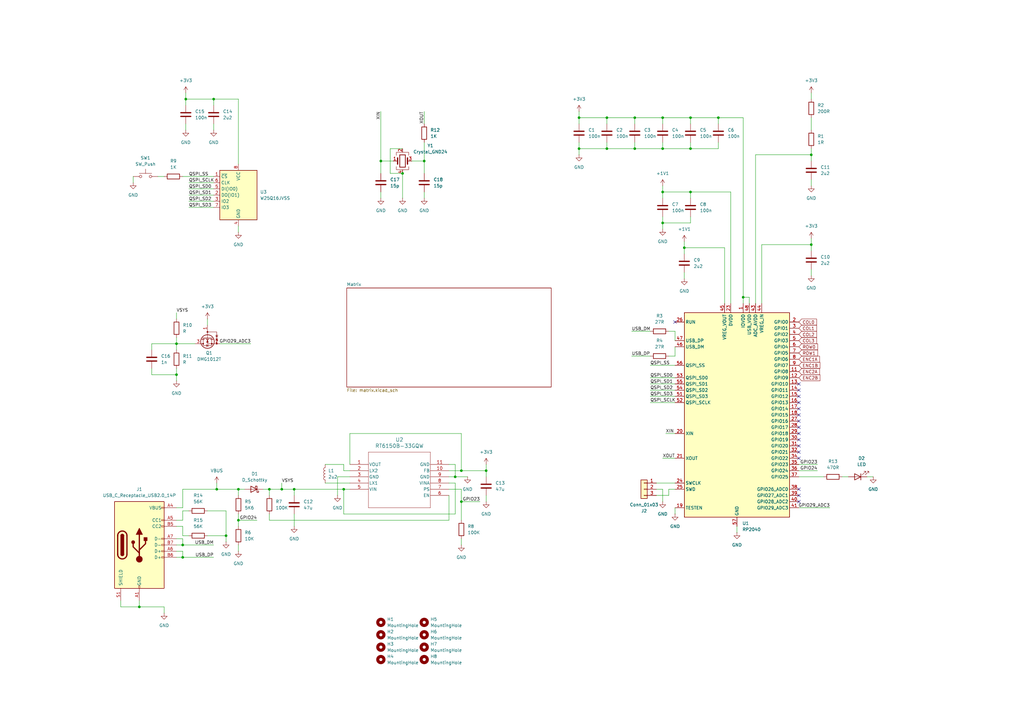
<source format=kicad_sch>
(kicad_sch (version 20231120) (generator "eeschema") (generator_version "8.0")
  (paper "A3")
  (lib_symbols
    (symbol "2024-07-21_11-18-28:RT6150B-33GQW" (pin_names (offset 0.254))
      (property "Reference" "U" (at 20.32 10.16 0))
      (property "Value" "RT6150B-33GQW" (at 20.32 7.62 0))
      (symbol "RT6150B-33GQW_0_1"
        (pin output line (at 0 0 0) (length 7.62) (name "VOUT") (number "1"))
        (pin input line (at 40.64 -2.54 180) (length 7.62) (name "FB") (number "10"))
        (pin power_out line (at 40.64 0 180) (length 7.62) (name "GND") (number "11"))
        (pin unspecified line (at 0 -2.54 0) (length 7.62) (name "LX2") (number "2"))
        (pin power_out line (at 0 -5.08 0) (length 7.62) (name "GND") (number "3"))
        (pin unspecified line (at 0 -7.62 0) (length 7.62) (name "LX1") (number "4"))
        (pin power_in line (at 0 -10.16 0) (length 7.62) (name "VIN") (number "5"))
        (pin input line (at 40.64 -12.7 180) (length 7.62) (name "EN") (number "6"))
        (pin input line (at 40.64 -10.16 180) (length 7.62) (name "PS") (number "7"))
        (pin input line (at 40.64 -7.62 180) (length 7.62) (name "VINA") (number "8"))
        (pin power_out line (at 40.64 -5.08 180) (length 7.62) (name "GND") (number "9"))
      )
    )
    (symbol "Connector:USB_C_Receptacle_USB2.0_14P" (pin_names (offset 1.016))
      (property "Reference" "J" (at 0 22.225 0))
      (property "Value" "USB_C_Receptacle_USB2.0_14P" (at 0 19.685 0))
      (symbol "USB_C_Receptacle_USB2.0_14P_1_1"
        (pin passive line (at 0 -22.86 90) (length 5.08) (name "GND") (number "A1"))
        (pin passive line (at 0 -22.86 90) (length 5.08) hide (name "GND") (number "A12"))
        (pin passive line (at 15.24 15.24 180) (length 5.08) (name "VBUS") (number "A4"))
        (pin bidirectional line (at 15.24 10.16 180) (length 5.08) (name "CC1") (number "A5"))
        (pin bidirectional line (at 15.24 -2.54 180) (length 5.08) (name "D+") (number "A6"))
        (pin bidirectional line (at 15.24 2.54 180) (length 5.08) (name "D-") (number "A7"))
        (pin passive line (at 15.24 15.24 180) (length 5.08) hide (name "VBUS") (number "A9"))
        (pin passive line (at 0 -22.86 90) (length 5.08) hide (name "GND") (number "B1"))
        (pin passive line (at 0 -22.86 90) (length 5.08) hide (name "GND") (number "B12"))
        (pin passive line (at 15.24 15.24 180) (length 5.08) hide (name "VBUS") (number "B4"))
        (pin bidirectional line (at 15.24 7.62 180) (length 5.08) (name "CC2") (number "B5"))
        (pin bidirectional line (at 15.24 -5.08 180) (length 5.08) (name "D+") (number "B6"))
        (pin bidirectional line (at 15.24 0 180) (length 5.08) (name "D-") (number "B7"))
        (pin passive line (at 15.24 15.24 180) (length 5.08) hide (name "VBUS") (number "B9"))
        (pin passive line (at -7.62 -22.86 90) (length 5.08) (name "SHIELD") (number "S1"))
      )
    )
    (symbol "Connector_Generic:Conn_01x03" (pin_names (offset 1.016) hide)
      (property "Reference" "J" (at 0 5.08 0))
      (property "Value" "Conn_01x03" (at 0 -5.08 0))
      (symbol "Conn_01x03_1_1"
        (pin passive line (at -5.08 2.54 0) (length 3.81) (name "Pin_1") (number "1"))
        (pin passive line (at -5.08 0 0) (length 3.81) (name "Pin_2") (number "2"))
        (pin passive line (at -5.08 -2.54 0) (length 3.81) (name "Pin_3") (number "3"))
      )
    )
    (symbol "Device:C" (pin_numbers hide) (pin_names (offset 0.254))
      (property "Reference" "C" (at 0.635 2.54 0))
      (property "Value" "C" (at 0.635 -2.54 0))
      (symbol "C_1_1"
        (pin passive line (at 0 3.81 270) (length 2.794) (name "~") (number "1"))
        (pin passive line (at 0 -3.81 90) (length 2.794) (name "~") (number "2"))
      )
    )
    (symbol "Device:Crystal_GND24" (pin_names (offset 1.016) hide)
      (property "Reference" "Y" (at 3.175 5.08 0))
      (property "Value" "Crystal_GND24" (at 3.175 3.175 0))
      (symbol "Crystal_GND24_1_1"
        (pin passive line (at -3.81 0 0) (length 1.27) (name "1") (number "1"))
        (pin passive line (at 0 5.08 270) (length 1.27) (name "2") (number "2"))
        (pin passive line (at 3.81 0 180) (length 1.27) (name "3") (number "3"))
        (pin passive line (at 0 -5.08 90) (length 1.27) (name "4") (number "4"))
      )
    )
    (symbol "Device:D_Schottky" (pin_numbers hide) (pin_names (offset 1.016) hide)
      (property "Reference" "D" (at 0 2.54 0))
      (property "Value" "D_Schottky" (at 0 -2.54 0))
      (symbol "D_Schottky_1_1"
        (pin passive line (at -3.81 0 0) (length 2.54) (name "K") (number "1"))
        (pin passive line (at 3.81 0 180) (length 2.54) (name "A") (number "2"))
      )
    )
    (symbol "Device:L" (pin_numbers hide) (pin_names (offset 1.016) hide)
      (property "Reference" "L" (at -1.27 0 90))
      (property "Value" "L" (at 1.905 0 90))
      (symbol "L_1_1"
        (pin passive line (at 0 3.81 270) (length 1.27) (name "1") (number "1"))
        (pin passive line (at 0 -3.81 90) (length 1.27) (name "2") (number "2"))
      )
    )
    (symbol "Device:LED" (pin_numbers hide) (pin_names (offset 1.016) hide)
      (property "Reference" "D" (at 0 2.54 0))
      (property "Value" "LED" (at 0 -2.54 0))
      (symbol "LED_1_1"
        (pin passive line (at -3.81 0 0) (length 2.54) (name "K") (number "1"))
        (pin passive line (at 3.81 0 180) (length 2.54) (name "A") (number "2"))
      )
    )
    (symbol "Device:R" (pin_numbers hide) (pin_names (offset 0))
      (property "Reference" "R" (at 2.032 0 90))
      (property "Value" "R" (at 0 0 90))
      (symbol "R_1_1"
        (pin passive line (at 0 3.81 270) (length 1.27) (name "~") (number "1"))
        (pin passive line (at 0 -3.81 90) (length 1.27) (name "~") (number "2"))
      )
    )
    (symbol "MCU_RaspberryPi:RP2040"
      (property "Reference" "U" (at 17.78 45.72 0))
      (property "Value" "RP2040" (at 17.78 43.18 0))
      (symbol "RP2040_1_1"
        (pin power_in line (at 2.54 45.72 270) (length 3.81) (name "IOVDD") (number "1"))
        (pin passive line (at 2.54 45.72 270) (length 3.81) hide (name "IOVDD") (number "10"))
        (pin bidirectional line (at 25.4 17.78 180) (length 3.81) (name "GPIO8") (number "11"))
        (pin bidirectional line (at 25.4 15.24 180) (length 3.81) (name "GPIO9") (number "12"))
        (pin bidirectional line (at 25.4 12.7 180) (length 3.81) (name "GPIO10") (number "13"))
        (pin bidirectional line (at 25.4 10.16 180) (length 3.81) (name "GPIO11") (number "14"))
        (pin bidirectional line (at 25.4 7.62 180) (length 3.81) (name "GPIO12") (number "15"))
        (pin bidirectional line (at 25.4 5.08 180) (length 3.81) (name "GPIO13") (number "16"))
        (pin bidirectional line (at 25.4 2.54 180) (length 3.81) (name "GPIO14") (number "17"))
        (pin bidirectional line (at 25.4 0 180) (length 3.81) (name "GPIO15") (number "18"))
        (pin input line (at -25.4 -38.1 0) (length 3.81) (name "TESTEN") (number "19"))
        (pin bidirectional line (at 25.4 38.1 180) (length 3.81) (name "GPIO0") (number "2"))
        (pin input line (at -25.4 -7.62 0) (length 3.81) (name "XIN") (number "20"))
        (pin passive line (at -25.4 -17.78 0) (length 3.81) (name "XOUT") (number "21"))
        (pin passive line (at 2.54 45.72 270) (length 3.81) hide (name "IOVDD") (number "22"))
        (pin power_in line (at -2.54 45.72 270) (length 3.81) (name "DVDD") (number "23"))
        (pin input line (at -25.4 -27.94 0) (length 3.81) (name "SWCLK") (number "24"))
        (pin bidirectional line (at -25.4 -30.48 0) (length 3.81) (name "SWD") (number "25"))
        (pin input line (at -25.4 38.1 0) (length 3.81) (name "RUN") (number "26"))
        (pin bidirectional line (at 25.4 -2.54 180) (length 3.81) (name "GPIO16") (number "27"))
        (pin bidirectional line (at 25.4 -5.08 180) (length 3.81) (name "GPIO17") (number "28"))
        (pin bidirectional line (at 25.4 -7.62 180) (length 3.81) (name "GPIO18") (number "29"))
        (pin bidirectional line (at 25.4 35.56 180) (length 3.81) (name "GPIO1") (number "3"))
        (pin bidirectional line (at 25.4 -10.16 180) (length 3.81) (name "GPIO19") (number "30"))
        (pin bidirectional line (at 25.4 -12.7 180) (length 3.81) (name "GPIO20") (number "31"))
        (pin bidirectional line (at 25.4 -15.24 180) (length 3.81) (name "GPIO21") (number "32"))
        (pin passive line (at 2.54 45.72 270) (length 3.81) hide (name "IOVDD") (number "33"))
        (pin bidirectional line (at 25.4 -17.78 180) (length 3.81) (name "GPIO22") (number "34"))
        (pin bidirectional line (at 25.4 -20.32 180) (length 3.81) (name "GPIO23") (number "35"))
        (pin bidirectional line (at 25.4 -22.86 180) (length 3.81) (name "GPIO24") (number "36"))
        (pin bidirectional line (at 25.4 -25.4 180) (length 3.81) (name "GPIO25") (number "37"))
        (pin bidirectional line (at 25.4 -30.48 180) (length 3.81) (name "GPIO26_ADC0") (number "38"))
        (pin bidirectional line (at 25.4 -33.02 180) (length 3.81) (name "GPIO27_ADC1") (number "39"))
        (pin bidirectional line (at 25.4 33.02 180) (length 3.81) (name "GPIO2") (number "4"))
        (pin bidirectional line (at 25.4 -35.56 180) (length 3.81) (name "GPIO28_ADC2") (number "40"))
        (pin bidirectional line (at 25.4 -38.1 180) (length 3.81) (name "GPIO29_ADC3") (number "41"))
        (pin passive line (at 2.54 45.72 270) (length 3.81) hide (name "IOVDD") (number "42"))
        (pin power_in line (at 7.62 45.72 270) (length 3.81) (name "ADC_AVDD") (number "43"))
        (pin power_in line (at 10.16 45.72 270) (length 3.81) (name "VREG_IN") (number "44"))
        (pin power_out line (at -5.08 45.72 270) (length 3.81) (name "VREG_VOUT") (number "45"))
        (pin bidirectional line (at -25.4 27.94 0) (length 3.81) (name "USB_DM") (number "46"))
        (pin bidirectional line (at -25.4 30.48 0) (length 3.81) (name "USB_DP") (number "47"))
        (pin power_in line (at 5.08 45.72 270) (length 3.81) (name "USB_VDD") (number "48"))
        (pin passive line (at 2.54 45.72 270) (length 3.81) hide (name "IOVDD") (number "49"))
        (pin bidirectional line (at 25.4 30.48 180) (length 3.81) (name "GPIO3") (number "5"))
        (pin passive line (at -2.54 45.72 270) (length 3.81) hide (name "DVDD") (number "50"))
        (pin bidirectional line (at -25.4 7.62 0) (length 3.81) (name "QSPI_SD3") (number "51"))
        (pin output line (at -25.4 5.08 0) (length 3.81) (name "QSPI_SCLK") (number "52"))
        (pin bidirectional line (at -25.4 15.24 0) (length 3.81) (name "QSPI_SD0") (number "53"))
        (pin bidirectional line (at -25.4 10.16 0) (length 3.81) (name "QSPI_SD2") (number "54"))
        (pin bidirectional line (at -25.4 12.7 0) (length 3.81) (name "QSPI_SD1") (number "55"))
        (pin bidirectional line (at -25.4 20.32 0) (length 3.81) (name "QSPI_SS") (number "56"))
        (pin power_in line (at 0 -45.72 90) (length 3.81) (name "GND") (number "57"))
        (pin bidirectional line (at 25.4 27.94 180) (length 3.81) (name "GPIO4") (number "6"))
        (pin bidirectional line (at 25.4 25.4 180) (length 3.81) (name "GPIO5") (number "7"))
        (pin bidirectional line (at 25.4 22.86 180) (length 3.81) (name "GPIO6") (number "8"))
        (pin bidirectional line (at 25.4 20.32 180) (length 3.81) (name "GPIO7") (number "9"))
      )
    )
    (symbol "Mechanical:MountingHole" (pin_names (offset 1.016)) (exclude_from_sim yes) (in_bom no)
      (property "Reference" "H" (at 0 5.08 0))
      (property "Value" "MountingHole" (at 0 3.175 0))
    )
    (symbol "Memory_Flash:W25Q16JVSS"
      (property "Reference" "U" (at -6.35 11.43 0))
      (property "Value" "W25Q16JVSS" (at 7.62 11.43 0))
      (symbol "W25Q16JVSS_1_1"
        (pin input line (at -10.16 7.62 0) (length 2.54) (name "~{CS}") (number "1"))
        (pin bidirectional line (at -10.16 0 0) (length 2.54) (name "DO(IO1)") (number "2"))
        (pin bidirectional line (at -10.16 -2.54 0) (length 2.54) (name "IO2") (number "3"))
        (pin power_in line (at 0 -12.7 90) (length 2.54) (name "GND") (number "4"))
        (pin bidirectional line (at -10.16 2.54 0) (length 2.54) (name "DI(IO0)") (number "5"))
        (pin input line (at -10.16 5.08 0) (length 2.54) (name "CLK") (number "6"))
        (pin bidirectional line (at -10.16 -5.08 0) (length 2.54) (name "IO3") (number "7"))
        (pin power_in line (at 0 12.7 270) (length 2.54) (name "VCC") (number "8"))
      )
    )
    (symbol "Switch:SW_Push" (pin_numbers hide) (pin_names (offset 1.016) hide)
      (property "Reference" "SW" (at 1.27 2.54 0))
      (property "Value" "SW_Push" (at 0 -1.524 0))
      (symbol "SW_Push_0_1"
        (pin passive line (at -5.08 0 0) (length 2.54) (name "1") (number "1"))
        (pin passive line (at 5.08 0 180) (length 2.54) (name "2") (number "2"))
      )
    )
    (symbol "Transistor_FET:DMG1012T" (pin_names (offset 0) hide)
      (property "Reference" "Q" (at 5.08 1.905 0))
      (property "Value" "DMG1012T" (at 5.08 0 0))
      (symbol "DMG1012T_1_1"
        (pin input line (at -5.08 0 0) (length 2.54) (name "G") (number "1"))
        (pin passive line (at 2.54 -5.08 90) (length 2.54) (name "S") (number "2"))
        (pin passive line (at 2.54 5.08 270) (length 2.54) (name "D") (number "3"))
      )
    )
    (symbol "power:+1V1" (power) (pin_numbers hide) (pin_names (offset 0) hide)
      (property "Value" "+1V1" (at 0 3.556 0))
      (symbol "+1V1_1_1"
        (pin power_in line (at 0 0 90) (length 0) (name "~") (number "1"))
      )
    )
    (symbol "power:+3V3" (power) (pin_numbers hide) (pin_names (offset 0) hide)
      (property "Value" "+3V3" (at 0 3.556 0))
      (symbol "+3V3_1_1"
        (pin power_in line (at 0 0 90) (length 0) (name "~") (number "1"))
      )
    )
    (symbol "power:GND" (power) (pin_numbers hide) (pin_names (offset 0) hide)
      (property "Value" "GND" (at 0 -3.81 0))
      (symbol "GND_1_1"
        (pin power_in line (at 0 0 270) (length 0) (name "~") (number "1"))
      )
    )
    (symbol "power:VBUS" (power) (pin_numbers hide) (pin_names (offset 0) hide)
      (property "Value" "VBUS" (at 0 3.556 0))
      (symbol "VBUS_1_1"
        (pin power_in line (at 0 0 90) (length 0) (name "~") (number "1"))
      )
    )
  )
  (junction (at 92.71 219.71))
  (junction (at 237.49 48.26))
  (junction (at 189.23 205.74))
  (junction (at 88.9 200.66))
  (junction (at 260.35 48.26))
  (junction (at 156.21 66.04))
  (junction (at 283.21 78.74))
  (junction (at 186.69 195.58))
  (junction (at 87.63 40.64))
  (junction (at 97.79 213.36))
  (junction (at 72.39 140.97))
  (junction (at 280.67 101.6))
  (junction (at 332.74 100.33))
  (junction (at 260.35 60.96))
  (junction (at 115.57 200.66))
  (junction (at 271.78 48.26))
  (junction (at 57.15 248.92))
  (junction (at 173.99 66.04))
  (junction (at 248.92 48.26))
  (junction (at 271.78 78.74))
  (junction (at 271.78 60.96))
  (junction (at 110.49 200.66))
  (junction (at 74.93 223.52))
  (junction (at 120.65 200.66))
  (junction (at 304.8 121.92))
  (junction (at 140.97 200.66))
  (junction (at 248.92 60.96))
  (junction (at 97.79 200.66))
  (junction (at 165.1 71.12))
  (junction (at 283.21 60.96))
  (junction (at 74.93 228.6))
  (junction (at 199.39 193.04))
  (junction (at 294.64 48.26))
  (junction (at 189.23 193.04))
  (junction (at 332.74 63.5))
  (junction (at 76.2 40.64))
  (junction (at 72.39 153.67))
  (junction (at 237.49 60.96))
  (junction (at 271.78 91.44))
  (junction (at 283.21 48.26))
  (no_connect (at 327.66 160.02))
  (no_connect (at 327.66 175.26))
  (no_connect (at 327.66 205.74))
  (no_connect (at 327.66 157.48))
  (no_connect (at 327.66 170.18))
  (no_connect (at 327.66 172.72))
  (no_connect (at 327.66 187.96))
  (no_connect (at 327.66 177.8))
  (no_connect (at 327.66 185.42))
  (no_connect (at 327.66 167.64))
  (no_connect (at 327.66 180.34))
  (no_connect (at 327.66 162.56))
  (no_connect (at 327.66 203.2))
  (no_connect (at 276.86 132.08))
  (no_connect (at 327.66 182.88))
  (no_connect (at 327.66 200.66))
  (no_connect (at 327.66 165.1))
  (wire (pts (xy 76.2 50.8) (xy 76.2 53.34)))
  (wire (pts (xy 120.65 210.82) (xy 120.65 215.9)))
  (wire (pts (xy 297.18 101.6) (xy 280.67 101.6)))
  (wire (pts (xy 173.99 45.72) (xy 173.99 50.8)))
  (wire (pts (xy 57.15 246.38) (xy 57.15 248.92)))
  (wire (pts (xy 271.78 187.96) (xy 276.86 187.96)))
  (wire (pts (xy 332.74 73.66) (xy 332.74 76.2)))
  (wire (pts (xy 266.7 149.86) (xy 276.86 149.86)))
  (wire (pts (xy 77.47 74.93) (xy 87.63 74.93)))
  (wire (pts (xy 87.63 43.18) (xy 87.63 40.64)))
  (wire (pts (xy 49.53 246.38) (xy 49.53 248.92)))
  (wire (pts (xy 260.35 58.42) (xy 260.35 60.96)))
  (wire (pts (xy 72.39 140.97) (xy 72.39 143.51)))
  (wire (pts (xy 74.93 219.71) (xy 77.47 219.71)))
  (wire (pts (xy 85.09 219.71) (xy 92.71 219.71)))
  (wire (pts (xy 77.47 80.01) (xy 87.63 80.01)))
  (wire (pts (xy 332.74 97.79) (xy 332.74 100.33)))
  (wire (pts (xy 307.34 124.46) (xy 307.34 121.92)))
  (wire (pts (xy 143.51 195.58) (xy 138.43 195.58)))
  (wire (pts (xy 271.78 48.26) (xy 283.21 48.26)))
  (wire (pts (xy 140.97 193.04) (xy 140.97 190.5)))
  (wire (pts (xy 97.79 213.36) (xy 105.41 213.36)))
  (wire (pts (xy 77.47 82.55) (xy 87.63 82.55)))
  (wire (pts (xy 74.93 223.52) (xy 87.63 223.52)))
  (wire (pts (xy 74.93 72.39) (xy 87.63 72.39)))
  (wire (pts (xy 74.93 228.6) (xy 72.39 228.6)))
  (wire (pts (xy 184.15 190.5) (xy 186.69 190.5)))
  (wire (pts (xy 173.99 58.42) (xy 173.99 66.04)))
  (wire (pts (xy 273.05 177.8) (xy 276.86 177.8)))
  (wire (pts (xy 72.39 138.43) (xy 72.39 140.97)))
  (wire (pts (xy 97.79 210.82) (xy 97.79 213.36)))
  (wire (pts (xy 269.24 200.66) (xy 271.78 200.66)))
  (wire (pts (xy 276.86 135.89) (xy 274.32 135.89)))
  (wire (pts (xy 327.66 208.28) (xy 340.36 208.28)))
  (wire (pts (xy 274.32 203.2) (xy 274.32 200.66)))
  (wire (pts (xy 156.21 78.74) (xy 156.21 81.28)))
  (wire (pts (xy 76.2 38.1) (xy 76.2 40.64)))
  (wire (pts (xy 327.66 195.58) (xy 337.82 195.58)))
  (wire (pts (xy 97.79 92.71) (xy 97.79 95.25)))
  (wire (pts (xy 189.23 177.8) (xy 189.23 193.04)))
  (wire (pts (xy 283.21 78.74) (xy 299.72 78.74)))
  (wire (pts (xy 266.7 162.56) (xy 276.86 162.56)))
  (wire (pts (xy 62.23 153.67) (xy 72.39 153.67)))
  (wire (pts (xy 97.79 203.2) (xy 97.79 200.66)))
  (wire (pts (xy 271.78 78.74) (xy 283.21 78.74)))
  (wire (pts (xy 72.39 213.36) (xy 74.93 213.36)))
  (wire (pts (xy 72.39 215.9) (xy 74.93 215.9)))
  (wire (pts (xy 355.6 195.58) (xy 358.14 195.58)))
  (wire (pts (xy 294.64 48.26) (xy 283.21 48.26)))
  (wire (pts (xy 92.71 209.55) (xy 92.71 219.71)))
  (wire (pts (xy 280.67 99.06) (xy 280.67 101.6)))
  (wire (pts (xy 199.39 193.04) (xy 199.39 190.5)))
  (wire (pts (xy 138.43 195.58) (xy 138.43 203.2)))
  (wire (pts (xy 140.97 190.5) (xy 133.35 190.5)))
  (wire (pts (xy 276.86 208.28) (xy 276.86 210.82)))
  (wire (pts (xy 294.64 48.26) (xy 304.8 48.26)))
  (wire (pts (xy 74.93 200.66) (xy 74.93 208.28)))
  (wire (pts (xy 156.21 66.04) (xy 161.29 66.04)))
  (wire (pts (xy 184.15 195.58) (xy 186.69 195.58)))
  (wire (pts (xy 259.08 135.89) (xy 266.7 135.89)))
  (wire (pts (xy 72.39 151.13) (xy 72.39 153.67)))
  (wire (pts (xy 85.09 209.55) (xy 92.71 209.55)))
  (wire (pts (xy 110.49 213.36) (xy 184.15 213.36)))
  (wire (pts (xy 237.49 45.72) (xy 237.49 48.26)))
  (wire (pts (xy 186.69 195.58) (xy 191.77 195.58)))
  (wire (pts (xy 90.17 140.97) (xy 102.87 140.97)))
  (wire (pts (xy 248.92 48.26) (xy 248.92 50.8)))
  (wire (pts (xy 237.49 58.42) (xy 237.49 60.96)))
  (wire (pts (xy 62.23 140.97) (xy 72.39 140.97)))
  (wire (pts (xy 271.78 58.42) (xy 271.78 60.96)))
  (wire (pts (xy 294.64 58.42) (xy 294.64 60.96)))
  (wire (pts (xy 110.49 210.82) (xy 110.49 213.36)))
  (wire (pts (xy 143.51 177.8) (xy 189.23 177.8)))
  (wire (pts (xy 266.7 154.94) (xy 276.86 154.94)))
  (wire (pts (xy 248.92 60.96) (xy 248.92 58.42)))
  (wire (pts (xy 327.66 193.04) (xy 335.28 193.04)))
  (wire (pts (xy 332.74 63.5) (xy 332.74 66.04)))
  (wire (pts (xy 189.23 205.74) (xy 189.23 213.36)))
  (wire (pts (xy 260.35 50.8) (xy 260.35 48.26)))
  (wire (pts (xy 276.86 146.05) (xy 274.32 146.05)))
  (wire (pts (xy 327.66 190.5) (xy 335.28 190.5)))
  (wire (pts (xy 160.02 71.12) (xy 165.1 71.12)))
  (wire (pts (xy 309.88 124.46) (xy 309.88 63.5)))
  (wire (pts (xy 97.79 40.64) (xy 87.63 40.64)))
  (wire (pts (xy 283.21 58.42) (xy 283.21 60.96)))
  (wire (pts (xy 294.64 50.8) (xy 294.64 48.26)))
  (wire (pts (xy 271.78 50.8) (xy 271.78 48.26)))
  (wire (pts (xy 283.21 91.44) (xy 283.21 88.9)))
  (wire (pts (xy 165.1 71.12) (xy 165.1 81.28)))
  (wire (pts (xy 88.9 198.12) (xy 88.9 200.66)))
  (wire (pts (xy 92.71 219.71) (xy 92.71 222.25)))
  (wire (pts (xy 165.1 60.96) (xy 160.02 60.96)))
  (wire (pts (xy 332.74 100.33) (xy 332.74 102.87)))
  (wire (pts (xy 271.78 60.96) (xy 260.35 60.96)))
  (wire (pts (xy 271.78 81.28) (xy 271.78 78.74)))
  (wire (pts (xy 294.64 60.96) (xy 283.21 60.96)))
  (wire (pts (xy 189.23 200.66) (xy 189.23 205.74)))
  (wire (pts (xy 304.8 48.26) (xy 304.8 121.92)))
  (wire (pts (xy 276.86 142.24) (xy 276.86 146.05)))
  (wire (pts (xy 115.57 198.12) (xy 115.57 200.66)))
  (wire (pts (xy 74.93 226.06) (xy 74.93 228.6)))
  (wire (pts (xy 189.23 193.04) (xy 199.39 193.04)))
  (wire (pts (xy 67.31 248.92) (xy 67.31 251.46)))
  (wire (pts (xy 115.57 200.66) (xy 110.49 200.66)))
  (wire (pts (xy 49.53 248.92) (xy 57.15 248.92)))
  (wire (pts (xy 74.93 208.28) (xy 72.39 208.28)))
  (wire (pts (xy 237.49 60.96) (xy 237.49 63.5)))
  (wire (pts (xy 332.74 48.26) (xy 332.74 53.34)))
  (wire (pts (xy 237.49 48.26) (xy 237.49 50.8)))
  (wire (pts (xy 266.7 157.48) (xy 276.86 157.48)))
  (wire (pts (xy 271.78 200.66) (xy 271.78 205.74)))
  (wire (pts (xy 271.78 88.9) (xy 271.78 91.44)))
  (wire (pts (xy 237.49 60.96) (xy 248.92 60.96)))
  (wire (pts (xy 259.08 146.05) (xy 266.7 146.05)))
  (wire (pts (xy 269.24 203.2) (xy 274.32 203.2)))
  (wire (pts (xy 173.99 66.04) (xy 173.99 71.12)))
  (wire (pts (xy 120.65 203.2) (xy 120.65 200.66)))
  (wire (pts (xy 77.47 85.09) (xy 87.63 85.09)))
  (wire (pts (xy 88.9 200.66) (xy 97.79 200.66)))
  (wire (pts (xy 345.44 195.58) (xy 347.98 195.58)))
  (wire (pts (xy 189.23 220.98) (xy 189.23 223.52)))
  (wire (pts (xy 304.8 121.92) (xy 304.8 124.46)))
  (wire (pts (xy 74.93 215.9) (xy 74.93 219.71)))
  (wire (pts (xy 302.26 215.9) (xy 302.26 218.44)))
  (wire (pts (xy 85.09 130.81) (xy 85.09 133.35)))
  (wire (pts (xy 62.23 143.51) (xy 62.23 140.97)))
  (wire (pts (xy 156.21 45.72) (xy 156.21 66.04)))
  (wire (pts (xy 110.49 200.66) (xy 110.49 203.2)))
  (wire (pts (xy 72.39 220.98) (xy 74.93 220.98)))
  (wire (pts (xy 77.47 77.47) (xy 87.63 77.47)))
  (wire (pts (xy 184.15 193.04) (xy 189.23 193.04)))
  (wire (pts (xy 120.65 200.66) (xy 115.57 200.66)))
  (wire (pts (xy 248.92 48.26) (xy 260.35 48.26)))
  (wire (pts (xy 140.97 200.66) (xy 120.65 200.66)))
  (wire (pts (xy 309.88 63.5) (xy 332.74 63.5)))
  (wire (pts (xy 266.7 160.02) (xy 276.86 160.02)))
  (wire (pts (xy 72.39 128.27) (xy 72.39 130.81)))
  (wire (pts (xy 97.79 223.52) (xy 97.79 226.06)))
  (wire (pts (xy 283.21 50.8) (xy 283.21 48.26)))
  (wire (pts (xy 297.18 124.46) (xy 297.18 101.6)))
  (wire (pts (xy 97.79 200.66) (xy 100.33 200.66)))
  (wire (pts (xy 143.51 193.04) (xy 140.97 193.04)))
  (wire (pts (xy 140.97 200.66) (xy 140.97 210.82)))
  (wire (pts (xy 237.49 48.26) (xy 248.92 48.26)))
  (wire (pts (xy 186.69 198.12) (xy 186.69 210.82)))
  (wire (pts (xy 72.39 226.06) (xy 74.93 226.06)))
  (wire (pts (xy 156.21 66.04) (xy 156.21 71.12)))
  (wire (pts (xy 72.39 140.97) (xy 80.01 140.97)))
  (wire (pts (xy 274.32 200.66) (xy 276.86 200.66)))
  (wire (pts (xy 269.24 198.12) (xy 276.86 198.12)))
  (wire (pts (xy 74.93 228.6) (xy 87.63 228.6)))
  (wire (pts (xy 74.93 220.98) (xy 74.93 223.52)))
  (wire (pts (xy 312.42 100.33) (xy 332.74 100.33)))
  (wire (pts (xy 184.15 213.36) (xy 184.15 203.2)))
  (wire (pts (xy 280.67 101.6) (xy 280.67 104.14)))
  (wire (pts (xy 168.91 66.04) (xy 173.99 66.04)))
  (wire (pts (xy 74.93 223.52) (xy 72.39 223.52)))
  (wire (pts (xy 186.69 210.82) (xy 140.97 210.82)))
  (wire (pts (xy 184.15 200.66) (xy 189.23 200.66)))
  (wire (pts (xy 332.74 110.49) (xy 332.74 113.03)))
  (wire (pts (xy 271.78 91.44) (xy 271.78 93.98)))
  (wire (pts (xy 276.86 139.7) (xy 276.86 135.89)))
  (wire (pts (xy 280.67 111.76) (xy 280.67 114.3)))
  (wire (pts (xy 74.93 209.55) (xy 77.47 209.55)))
  (wire (pts (xy 332.74 38.1) (xy 332.74 40.64)))
  (wire (pts (xy 57.15 248.92) (xy 67.31 248.92)))
  (wire (pts (xy 97.79 213.36) (xy 97.79 215.9)))
  (wire (pts (xy 64.77 72.39) (xy 67.31 72.39)))
  (wire (pts (xy 199.39 193.04) (xy 199.39 195.58)))
  (wire (pts (xy 299.72 124.46) (xy 299.72 78.74)))
  (wire (pts (xy 332.74 60.96) (xy 332.74 63.5)))
  (wire (pts (xy 307.34 121.92) (xy 304.8 121.92)))
  (wire (pts (xy 248.92 60.96) (xy 260.35 60.96)))
  (wire (pts (xy 184.15 198.12) (xy 186.69 198.12)))
  (wire (pts (xy 107.95 200.66) (xy 110.49 200.66)))
  (wire (pts (xy 97.79 67.31) (xy 97.79 40.64)))
  (wire (pts (xy 87.63 50.8) (xy 87.63 53.34)))
  (wire (pts (xy 143.51 200.66) (xy 140.97 200.66)))
  (wire (pts (xy 271.78 91.44) (xy 283.21 91.44)))
  (wire (pts (xy 186.69 190.5) (xy 186.69 195.58)))
  (wire (pts (xy 283.21 60.96) (xy 271.78 60.96)))
  (wire (pts (xy 271.78 76.2) (xy 271.78 78.74)))
  (wire (pts (xy 74.93 200.66) (xy 88.9 200.66)))
  (wire (pts (xy 160.02 60.96) (xy 160.02 71.12)))
  (wire (pts (xy 87.63 40.64) (xy 76.2 40.64)))
  (wire (pts (xy 173.99 78.74) (xy 173.99 81.28)))
  (wire (pts (xy 72.39 153.67) (xy 72.39 156.21)))
  (wire (pts (xy 199.39 203.2) (xy 199.39 205.74)))
  (wire (pts (xy 76.2 40.64) (xy 76.2 43.18)))
  (wire (pts (xy 189.23 205.74) (xy 196.85 205.74)))
  (wire (pts (xy 266.7 165.1) (xy 276.86 165.1)))
  (wire (pts (xy 62.23 151.13) (xy 62.23 153.67)))
  (wire (pts (xy 74.93 213.36) (xy 74.93 209.55)))
  (wire (pts (xy 54.61 72.39) (xy 54.61 74.93)))
  (wire (pts (xy 271.78 48.26) (xy 260.35 48.26)))
  (wire (pts (xy 133.35 198.12) (xy 143.51 198.12)))
  (wire (pts (xy 143.51 190.5) (xy 143.51 177.8)))
  (wire (pts (xy 312.42 124.46) (xy 312.42 100.33)))
  (wire (pts (xy 283.21 78.74) (xy 283.21 81.28)))
  (label "XOUT" (at 271.78 187.96 0))
  (label "USB_DM" (at 259.08 135.89 0))
  (label "GPIO23" (at 196.85 205.74 180))
  (label "USB_DP" (at 87.63 228.6 180))
  (label "QSPI_SD3" (at 266.7 162.56 0))
  (label "QSPI_SD2" (at 77.47 82.55 0))
  (label "VSYS" (at 115.57 198.12 0))
  (label "GPIO29_ADC3" (at 102.87 140.97 180))
  (label "USB_DM" (at 87.63 223.52 180))
  (label "XIN" (at 156.21 45.72 270))
  (label "QSPI_SD3" (at 77.47 85.09 0))
  (label "USB_DP" (at 259.08 146.05 0))
  (label "QSPI_SD1" (at 77.47 80.01 0))
  (label "GPIO29_ADC3" (at 340.36 208.28 180))
  (label "QSPI_SD1" (at 266.7 157.48 0))
  (label "GPIO24" (at 105.41 213.36 180))
  (label "QSPI_SS" (at 77.47 72.39 0))
  (label "GPIO24" (at 335.28 193.04 180))
  (label "QSPI_SD0" (at 266.7 154.94 0))
  (label "QSPI_SS" (at 266.7 149.86 0))
  (label "VSYS" (at 72.39 128.27 0))
  (label "XOUT" (at 173.99 45.72 270))
  (label "QSPI_SD0" (at 77.47 77.47 0))
  (label "QSPI_SCLK" (at 266.7 165.1 0))
  (label "QSPI_SCLK" (at 77.47 74.93 0))
  (label "GPIO23" (at 335.28 190.5 180))
  (label "QSPI_SD2" (at 266.7 160.02 0))
  (label "XIN" (at 273.05 177.8 0))
  (global_label "ENC2A" (shape input) (at 327.66 152.4 0) (property "Intersheetrefs" "${INTERSHEET_REFS}" (effects (hide yes))))
  (global_label "COL2" (shape input) (at 327.66 137.16 0) (property "Intersheetrefs" "${INTERSHEET_REFS}" (effects (hide yes))))
  (global_label "ROW0" (shape input) (at 327.66 142.24 0) (property "Intersheetrefs" "${INTERSHEET_REFS}" (effects (hide yes))))
  (global_label "ENC1B" (shape input) (at 327.66 149.86 0) (property "Intersheetrefs" "${INTERSHEET_REFS}" (effects (hide yes))))
  (global_label "COL1" (shape input) (at 327.66 134.62 0) (property "Intersheetrefs" "${INTERSHEET_REFS}" (effects (hide yes))))
  (global_label "COL0" (shape input) (at 327.66 132.08 0) (property "Intersheetrefs" "${INTERSHEET_REFS}" (effects (hide yes))))
  (global_label "ROW1" (shape input) (at 327.66 144.78 0) (property "Intersheetrefs" "${INTERSHEET_REFS}" (effects (hide yes))))
  (global_label "ENC2B" (shape input) (at 327.66 154.94 0) (property "Intersheetrefs" "${INTERSHEET_REFS}" (effects (hide yes))))
  (global_label "COL3" (shape input) (at 327.66 139.7 0) (property "Intersheetrefs" "${INTERSHEET_REFS}" (effects (hide yes))))
  (global_label "ENC1A" (shape input) (at 327.66 147.32 0) (property "Intersheetrefs" "${INTERSHEET_REFS}" (effects (hide yes))))
  (symbol (lib_id "power:GND") (at 332.74 113.03 0) (unit 1)
    (property "Reference" "#PWR010" (effects (hide yes)))
    (property "Value" "GND" (at 332.74 118.11 0))
    (property "Description" "Power symbol creates a global label with name \"GND\" , ground" (effects (hide yes)))
  )
  (symbol (lib_id "Mechanical:MountingHole") (at 173.99 260.35 0) (unit 1) (exclude_from_sim yes) (in_bom no)
    (property "Reference" "H6" (at 176.53 259.0799 0) (effects (justify left)))
    (property "Value" "MountingHole" (at 176.53 261.6199 0) (effects (justify left)))
    (property "Footprint" "MountingHole:MountingHole_3.2mm_M3_ISO7380_Pad" (effects (hide yes)))
    (property "Description" "Mounting Hole without connection" (effects (hide yes)))
  )
  (symbol (lib_id "Memory_Flash:W25Q16JVSS") (at 97.79 80.01 0) (unit 1)
    (property "Reference" "U3" (at 106.68 78.7399 0) (effects (justify left)))
    (property "Value" "W25Q16JVSS" (at 106.68 81.2799 0) (effects (justify left)))
    (property "Footprint" "Package_SO:SOIC-8_5.23x5.23mm_P1.27mm" (effects (hide yes)))
    (property "Datasheet" "https://www.winbond.com/hq/support/documentation/levelOne.jsp?__locale=en&DocNo=DA00-W25Q16JV.1" (effects (hide yes)))
    (property "Description" "16Mb Serial Flash Memory, Standard/Dual/Quad SPI, SOIC-8" (effects (hide yes)))
  )
  (symbol (lib_id "power:+3V3") (at 199.39 190.5 0) (unit 1)
    (property "Reference" "#PWR021" (effects (hide yes)))
    (property "Value" "+3V3" (at 199.39 185.42 0))
    (property "Description" "Power symbol creates a global label with name \"+3V3\"" (effects (hide yes)))
  )
  (symbol (lib_id "Device:C") (at 294.64 54.61 0) (unit 1)
    (property "Reference" "C6" (at 298.45 53.3399 0) (effects (justify left)))
    (property "Value" "100n" (at 298.45 55.8799 0) (effects (justify left)))
    (property "Footprint" "Capacitor_SMD:C_0402_1005Metric" (effects (hide yes)))
    (property "Description" "Unpolarized capacitor" (effects (hide yes)))
  )
  (symbol (lib_id "Mechanical:MountingHole") (at 173.99 265.43 0) (unit 1) (exclude_from_sim yes) (in_bom no)
    (property "Reference" "H7" (at 176.53 264.1599 0) (effects (justify left)))
    (property "Value" "MountingHole" (at 176.53 266.6999 0) (effects (justify left)))
    (property "Footprint" "MountingHole:MountingHole_3.2mm_M3_ISO7380_Pad" (effects (hide yes)))
    (property "Description" "Mounting Hole without connection" (effects (hide yes)))
  )
  (symbol (lib_id "power:+3V3") (at 237.49 45.72 0) (unit 1)
    (property "Reference" "#PWR02" (effects (hide yes)))
    (property "Value" "+3V3" (at 237.49 40.64 0))
    (property "Description" "Power symbol creates a global label with name \"+3V3\"" (effects (hide yes)))
  )
  (symbol (lib_id "Connector_Generic:Conn_01x03") (at 264.16 200.66 0) (mirror y) (unit 1)
    (property "Reference" "J2" (at 264.16 209.55 0))
    (property "Value" "Conn_01x03" (at 264.16 207.01 0))
    (property "Footprint" "Connector_PinHeader_1.00mm:PinHeader_1x03_P1.00mm_Vertical" (effects (hide yes)))
    (property "Description" "Generic connector, single row, 01x03, script generated (kicad-library-utils/schlib/autogen/connector/)" (effects (hide yes)))
  )
  (symbol (lib_id "power:GND") (at 67.31 251.46 0) (unit 1)
    (property "Reference" "#PWR015" (effects (hide yes)))
    (property "Value" "GND" (at 67.31 256.54 0))
    (property "Description" "Power symbol creates a global label with name \"GND\" , ground" (effects (hide yes)))
  )
  (symbol (lib_id "Transistor_FET:DMG1012T") (at 85.09 138.43 90) (mirror x) (unit 1)
    (property "Reference" "Q1" (at 85.7885 144.78 90))
    (property "Value" "DMG1012T" (at 85.7885 147.32 90))
    (property "Footprint" "Package_TO_SOT_SMD:SOT-523" (effects (hide yes)))
    (property "Datasheet" "https://www.diodes.com/assets/Datasheets/ds31783.pdf" (effects (hide yes)))
    (property "Description" "20V Vds, 0.63 Id, N-Channel MOSFET with ESD protection, SOT-523" (effects (hide yes)))
  )
  (symbol (lib_id "Device:R") (at 81.28 209.55 90) (unit 1)
    (property "Reference" "R14" (at 81.28 203.2 90))
    (property "Value" "56K" (at 81.28 205.74 90))
    (property "Footprint" "Resistor_SMD:R_0402_1005Metric" (effects (hide yes)))
    (property "Description" "Resistor" (effects (hide yes)))
  )
  (symbol (lib_id "Device:R") (at 332.74 57.15 0) (unit 1)
    (property "Reference" "R1" (at 335.28 55.8799 0) (effects (justify left)))
    (property "Value" "1R" (at 335.28 58.4199 0) (effects (justify left)))
    (property "Footprint" "Resistor_SMD:R_0402_1005Metric" (effects (hide yes)))
    (property "Description" "Resistor" (effects (hide yes)))
  )
  (symbol (lib_id "Device:C") (at 260.35 54.61 0) (unit 1)
    (property "Reference" "C3" (at 264.16 53.3399 0) (effects (justify left)))
    (property "Value" "100n" (at 264.16 55.8799 0) (effects (justify left)))
    (property "Footprint" "Capacitor_SMD:C_0402_1005Metric" (effects (hide yes)))
    (property "Description" "Unpolarized capacitor" (effects (hide yes)))
  )
  (symbol (lib_id "Device:C") (at 173.99 74.93 0) (unit 1)
    (property "Reference" "C18" (at 177.8 73.6599 0) (effects (justify left)))
    (property "Value" "15p" (at 177.8 76.1999 0) (effects (justify left)))
    (property "Footprint" "Capacitor_SMD:C_0402_1005Metric" (effects (hide yes)))
    (property "Description" "Unpolarized capacitor" (effects (hide yes)))
  )
  (symbol (lib_id "Device:R") (at 110.49 207.01 0) (unit 1)
    (property "Reference" "R7" (at 113.03 205.7399 0) (effects (justify left)))
    (property "Value" "100K" (at 113.03 208.2799 0) (effects (justify left)))
    (property "Footprint" "Resistor_SMD:R_0402_1005Metric" (effects (hide yes)))
    (property "Description" "Resistor" (effects (hide yes)))
  )
  (symbol (lib_id "Device:C") (at 283.21 54.61 0) (unit 1)
    (property "Reference" "C5" (at 287.02 53.3399 0) (effects (justify left)))
    (property "Value" "100n" (at 287.02 55.8799 0) (effects (justify left)))
    (property "Footprint" "Capacitor_SMD:C_0402_1005Metric" (effects (hide yes)))
    (property "Description" "Unpolarized capacitor" (effects (hide yes)))
  )
  (symbol (lib_id "power:GND") (at 280.67 114.3 0) (unit 1)
    (property "Reference" "#PWR08" (effects (hide yes)))
    (property "Value" "GND" (at 280.67 119.38 0))
    (property "Description" "Power symbol creates a global label with name \"GND\" , ground" (effects (hide yes)))
  )
  (symbol (lib_id "power:+3V3") (at 85.09 130.81 0) (unit 1)
    (property "Reference" "#PWR027" (effects (hide yes)))
    (property "Value" "+3V3" (at 85.09 125.73 0))
    (property "Description" "Power symbol creates a global label with name \"+3V3\"" (effects (hide yes)))
  )
  (symbol (lib_id "Device:R") (at 72.39 147.32 0) (unit 1)
    (property "Reference" "R11" (at 74.93 146.0499 0) (effects (justify left)))
    (property "Value" "R" (at 74.93 148.5899 0) (effects (justify left)))
    (property "Footprint" "Resistor_SMD:R_0402_1005Metric" (effects (hide yes)))
    (property "Description" "Resistor" (effects (hide yes)))
  )
  (symbol (lib_id "MCU_RaspberryPi:RP2040") (at 302.26 170.18 0) (unit 1)
    (property "Reference" "U1" (at 304.4541 214.63 0) (effects (justify left)))
    (property "Value" "RP2040" (at 304.4541 217.17 0) (effects (justify left)))
    (property "Footprint" "Package_DFN_QFN:QFN-56-1EP_7x7mm_P0.4mm_EP3.2x3.2mm" (effects (hide yes)))
    (property "Datasheet" "https://datasheets.raspberrypi.com/rp2040/rp2040-datasheet.pdf" (effects (hide yes)))
    (property "Description" "A microcontroller by Raspberry Pi" (effects (hide yes)))
  )
  (symbol (lib_id "Device:R") (at 270.51 135.89 90) (unit 1)
    (property "Reference" "R3" (at 270.51 129.54 90))
    (property "Value" "27R" (at 270.51 132.08 90))
    (property "Footprint" "Resistor_SMD:R_0402_1005Metric" (effects (hide yes)))
    (property "Description" "Resistor" (effects (hide yes)))
  )
  (symbol (lib_id "Mechanical:MountingHole") (at 156.21 265.43 0) (unit 1) (exclude_from_sim yes) (in_bom no)
    (property "Reference" "H3" (at 158.75 264.1599 0) (effects (justify left)))
    (property "Value" "MountingHole" (at 158.75 266.6999 0) (effects (justify left)))
    (property "Footprint" "MountingHole:MountingHole_3.2mm_M3_ISO7380_Pad" (effects (hide yes)))
    (property "Description" "Mounting Hole without connection" (effects (hide yes)))
  )
  (symbol (lib_id "power:+3V3") (at 332.74 97.79 0) (unit 1)
    (property "Reference" "#PWR09" (effects (hide yes)))
    (property "Value" "+3V3" (at 332.74 92.71 0))
    (property "Description" "Power symbol creates a global label with name \"+3V3\"" (effects (hide yes)))
  )
  (symbol (lib_id "power:GND") (at 173.99 81.28 0) (unit 1)
    (property "Reference" "#PWR031" (effects (hide yes)))
    (property "Value" "GND" (at 173.99 86.36 0))
    (property "Description" "Power symbol creates a global label with name \"GND\" , ground" (effects (hide yes)))
  )
  (symbol (lib_id "power:GND") (at 97.79 226.06 0) (unit 1)
    (property "Reference" "#PWR014" (effects (hide yes)))
    (property "Value" "GND" (at 97.79 231.14 0))
    (property "Description" "Power symbol creates a global label with name \"GND\" , ground" (effects (hide yes)))
  )
  (symbol (lib_id "Device:C") (at 156.21 74.93 0) (unit 1)
    (property "Reference" "C17" (at 160.02 73.6599 0) (effects (justify left)))
    (property "Value" "15p" (at 160.02 76.1999 0) (effects (justify left)))
    (property "Footprint" "Capacitor_SMD:C_0402_1005Metric" (effects (hide yes)))
    (property "Description" "Unpolarized capacitor" (effects (hide yes)))
  )
  (symbol (lib_id "Device:R") (at 341.63 195.58 90) (unit 1)
    (property "Reference" "R13" (at 341.63 189.23 90))
    (property "Value" "470R" (at 341.63 191.77 90))
    (property "Footprint" "Resistor_SMD:R_0402_1005Metric" (effects (hide yes)))
    (property "Description" "Resistor" (effects (hide yes)))
  )
  (symbol (lib_id "Device:C") (at 332.74 106.68 0) (unit 1)
    (property "Reference" "C10" (at 336.55 105.4099 0) (effects (justify left)))
    (property "Value" "2u2" (at 336.55 107.9499 0) (effects (justify left)))
    (property "Footprint" "Capacitor_SMD:C_0402_1005Metric" (effects (hide yes)))
    (property "Description" "Unpolarized capacitor" (effects (hide yes)))
  )
  (symbol (lib_id "Device:C") (at 248.92 54.61 0) (unit 1)
    (property "Reference" "C2" (at 252.73 53.3399 0) (effects (justify left)))
    (property "Value" "100n" (at 252.73 55.8799 0) (effects (justify left)))
    (property "Footprint" "Capacitor_SMD:C_0402_1005Metric" (effects (hide yes)))
    (property "Description" "Unpolarized capacitor" (effects (hide yes)))
  )
  (symbol (lib_id "2024-07-21_11-18-28:RT6150B-33GQW") (at 143.51 190.5 0) (unit 1)
    (property "Reference" "U2" (at 163.83 180.34 0) (effects (font (size 1.524 1.524))))
    (property "Value" "RT6150B-33GQW" (at 163.83 182.88 0) (effects (font (size 1.524 1.524))))
    (property "Footprint" "10-WFDFN-EP_RIT" (effects (hide yes)))
    (property "Datasheet" "RT6150B-33GQW" (effects (hide yes)))
  )
  (symbol (lib_id "Device:LED") (at 351.79 195.58 180) (unit 1)
    (property "Reference" "D2" (at 353.3775 187.96 0))
    (property "Value" "LED" (at 353.3775 190.5 0))
    (property "Footprint" "LED_SMD:LED_0402_1005Metric" (effects (hide yes)))
    (property "Description" "Light emitting diode" (effects (hide yes)))
  )
  (symbol (lib_id "Device:C") (at 271.78 54.61 0) (unit 1)
    (property "Reference" "C4" (at 275.59 53.3399 0) (effects (justify left)))
    (property "Value" "100n" (at 275.59 55.8799 0) (effects (justify left)))
    (property "Footprint" "Capacitor_SMD:C_0402_1005Metric" (effects (hide yes)))
    (property "Description" "Unpolarized capacitor" (effects (hide yes)))
  )
  (symbol (lib_id "Device:R") (at 97.79 207.01 0) (unit 1)
    (property "Reference" "R5" (at 100.33 205.7399 0) (effects (justify left)))
    (property "Value" "5K6" (at 100.33 208.2799 0) (effects (justify left)))
    (property "Footprint" "Resistor_SMD:R_0402_1005Metric" (effects (hide yes)))
    (property "Description" "Resistor" (effects (hide yes)))
  )
  (symbol (lib_id "Device:R") (at 72.39 134.62 0) (unit 1)
    (property "Reference" "R10" (at 74.93 133.3499 0) (effects (justify left)))
    (property "Value" "R" (at 74.93 135.8899 0) (effects (justify left)))
    (property "Footprint" "Resistor_SMD:R_0402_1005Metric" (effects (hide yes)))
    (property "Description" "Resistor" (effects (hide yes)))
  )
  (symbol (lib_id "Device:C") (at 271.78 85.09 0) (unit 1)
    (property "Reference" "C7" (at 275.59 83.8199 0) (effects (justify left)))
    (property "Value" "100n" (at 275.59 86.3599 0) (effects (justify left)))
    (property "Footprint" "Capacitor_SMD:C_0402_1005Metric" (effects (hide yes)))
    (property "Description" "Unpolarized capacitor" (effects (hide yes)))
  )
  (symbol (lib_id "Device:C") (at 199.39 199.39 0) (unit 1)
    (property "Reference" "C13" (at 203.2 198.1199 0) (effects (justify left)))
    (property "Value" "47u" (at 203.2 200.6599 0) (effects (justify left)))
    (property "Footprint" "Capacitor_SMD:C_0402_1005Metric" (effects (hide yes)))
    (property "Description" "Unpolarized capacitor" (effects (hide yes)))
  )
  (symbol (lib_id "Device:C") (at 280.67 107.95 0) (unit 1)
    (property "Reference" "C9" (at 284.48 106.6799 0) (effects (justify left)))
    (property "Value" "2u2" (at 284.48 109.2199 0) (effects (justify left)))
    (property "Footprint" "Capacitor_SMD:C_0402_1005Metric" (effects (hide yes)))
    (property "Description" "Unpolarized capacitor" (effects (hide yes)))
  )
  (symbol (lib_id "Device:R") (at 173.99 54.61 0) (unit 1)
    (property "Reference" "R12" (at 176.53 53.3399 0) (effects (justify left)))
    (property "Value" "1K" (at 176.53 55.8799 0) (effects (justify left)))
    (property "Footprint" "Resistor_SMD:R_0402_1005Metric" (effects (hide yes)))
    (property "Description" "Resistor" (effects (hide yes)))
  )
  (symbol (lib_id "power:GND") (at 358.14 195.58 0) (unit 1)
    (property "Reference" "#PWR032" (effects (hide yes)))
    (property "Value" "GND" (at 358.14 200.66 0))
    (property "Description" "Power symbol creates a global label with name \"GND\" , ground" (effects (hide yes)))
  )
  (symbol (lib_id "Device:C") (at 120.65 207.01 0) (unit 1)
    (property "Reference" "C12" (at 124.46 205.7399 0) (effects (justify left)))
    (property "Value" "47u" (at 124.46 208.2799 0) (effects (justify left)))
    (property "Footprint" "Capacitor_SMD:C_0402_1005Metric" (effects (hide yes)))
    (property "Description" "Unpolarized capacitor" (effects (hide yes)))
  )
  (symbol (lib_id "power:GND") (at 156.21 81.28 0) (unit 1)
    (property "Reference" "#PWR030" (effects (hide yes)))
    (property "Value" "GND" (at 156.21 86.36 0))
    (property "Description" "Power symbol creates a global label with name \"GND\" , ground" (effects (hide yes)))
  )
  (symbol (lib_id "Device:L") (at 133.35 194.31 180) (unit 1)
    (property "Reference" "L1" (at 134.62 193.0399 0) (effects (justify right)))
    (property "Value" "2u2" (at 134.62 195.5799 0) (effects (justify right)))
    (property "Footprint" "Capacitor_SMD:C_0402_1005Metric" (effects (hide yes)))
    (property "Description" "Inductor" (effects (hide yes)))
  )
  (symbol (lib_id "power:GND") (at 271.78 93.98 0) (unit 1)
    (property "Reference" "#PWR06" (effects (hide yes)))
    (property "Value" "GND" (at 271.78 99.06 0))
    (property "Description" "Power symbol creates a global label with name \"GND\" , ground" (effects (hide yes)))
  )
  (symbol (lib_id "power:+1V1") (at 271.78 76.2 0) (unit 1)
    (property "Reference" "#PWR05" (effects (hide yes)))
    (property "Value" "+1V1" (at 271.78 71.12 0))
    (property "Description" "Power symbol creates a global label with name \"+1V1\"" (effects (hide yes)))
  )
  (symbol (lib_id "power:GND") (at 276.86 210.82 0) (unit 1)
    (property "Reference" "#PWR04" (effects (hide yes)))
    (property "Value" "GND" (at 276.86 215.9 0))
    (property "Description" "Power symbol creates a global label with name \"GND\" , ground" (effects (hide yes)))
  )
  (symbol (lib_id "Mechanical:MountingHole") (at 156.21 255.27 0) (unit 1) (exclude_from_sim yes) (in_bom no)
    (property "Reference" "H1" (at 158.75 253.9999 0) (effects (justify left)))
    (property "Value" "MountingHole" (at 158.75 256.5399 0) (effects (justify left)))
    (property "Footprint" "MountingHole:MountingHole_3.2mm_M3_ISO7380_Pad" (effects (hide yes)))
    (property "Description" "Mounting Hole without connection" (effects (hide yes)))
  )
  (symbol (lib_id "power:GND") (at 92.71 222.25 0) (unit 1)
    (property "Reference" "#PWR036" (effects (hide yes)))
    (property "Value" "GND" (at 92.71 227.33 0))
    (property "Description" "Power symbol creates a global label with name \"GND\" , ground" (effects (hide yes)))
  )
  (symbol (lib_id "Device:R") (at 81.28 219.71 90) (unit 1)
    (property "Reference" "R15" (at 81.28 213.36 90))
    (property "Value" "56K" (at 81.28 215.9 90))
    (property "Footprint" "Resistor_SMD:R_0402_1005Metric" (effects (hide yes)))
    (property "Description" "Resistor" (effects (hide yes)))
  )
  (symbol (lib_id "power:GND") (at 72.39 156.21 0) (unit 1)
    (property "Reference" "#PWR028" (effects (hide yes)))
    (property "Value" "GND" (at 72.39 161.29 0))
    (property "Description" "Power symbol creates a global label with name \"GND\" , ground" (effects (hide yes)))
  )
  (symbol (lib_id "power:GND") (at 237.49 63.5 0) (unit 1)
    (property "Reference" "#PWR01" (effects (hide yes)))
    (property "Value" "GND" (at 237.49 68.58 0))
    (property "Description" "Power symbol creates a global label with name \"GND\" , ground" (effects (hide yes)))
  )
  (symbol (lib_id "power:GND") (at 302.26 218.44 0) (unit 1)
    (property "Reference" "#PWR03" (effects (hide yes)))
    (property "Value" "GND" (at 302.26 223.52 0))
    (property "Description" "Power symbol creates a global label with name \"GND\" , ground" (effects (hide yes)))
  )
  (symbol (lib_id "Device:C") (at 76.2 46.99 0) (unit 1)
    (property "Reference" "C15" (at 80.01 45.7199 0) (effects (justify left)))
    (property "Value" "100n" (at 80.01 48.2599 0) (effects (justify left)))
    (property "Footprint" "Capacitor_SMD:C_0402_1005Metric" (effects (hide yes)))
    (property "Description" "Unpolarized capacitor" (effects (hide yes)))
  )
  (symbol (lib_id "Device:C") (at 332.74 69.85 0) (unit 1)
    (property "Reference" "C11" (at 336.55 68.5799 0) (effects (justify left)))
    (property "Value" "2u2" (at 336.55 71.1199 0) (effects (justify left)))
    (property "Footprint" "Capacitor_SMD:C_0402_1005Metric" (effects (hide yes)))
    (property "Description" "Unpolarized capacitor" (effects (hide yes)))
  )
  (symbol (lib_id "power:GND") (at 332.74 76.2 0) (unit 1)
    (property "Reference" "#PWR012" (effects (hide yes)))
    (property "Value" "GND" (at 332.74 81.28 0))
    (property "Description" "Power symbol creates a global label with name \"GND\" , ground" (effects (hide yes)))
  )
  (symbol (lib_id "power:+3V3") (at 76.2 38.1 0) (unit 1)
    (property "Reference" "#PWR022" (effects (hide yes)))
    (property "Value" "+3V3" (at 76.2 33.02 0))
    (property "Description" "Power symbol creates a global label with name \"+3V3\"" (effects (hide yes)))
  )
  (symbol (lib_id "power:+3V3") (at 332.74 38.1 0) (unit 1)
    (property "Reference" "#PWR011" (effects (hide yes)))
    (property "Value" "+3V3" (at 332.74 33.02 0))
    (property "Description" "Power symbol creates a global label with name \"+3V3\"" (effects (hide yes)))
  )
  (symbol (lib_id "power:VBUS") (at 88.9 198.12 0) (unit 1)
    (property "Reference" "#PWR013" (effects (hide yes)))
    (property "Value" "VBUS" (at 88.9 193.04 0))
    (property "Description" "Power symbol creates a global label with name \"VBUS\"" (effects (hide yes)))
  )
  (symbol (lib_id "power:GND") (at 199.39 205.74 0) (unit 1)
    (property "Reference" "#PWR020" (effects (hide yes)))
    (property "Value" "GND" (at 199.39 210.82 0))
    (property "Description" "Power symbol creates a global label with name \"GND\" , ground" (effects (hide yes)))
  )
  (symbol (lib_id "Device:C") (at 237.49 54.61 0) (unit 1)
    (property "Reference" "C1" (at 241.3 53.3399 0) (effects (justify left)))
    (property "Value" "100n" (at 241.3 55.8799 0) (effects (justify left)))
    (property "Footprint" "Capacitor_SMD:C_0402_1005Metric" (effects (hide yes)))
    (property "Description" "Unpolarized capacitor" (effects (hide yes)))
  )
  (symbol (lib_id "power:GND") (at 165.1 81.28 0) (unit 1)
    (property "Reference" "#PWR029" (effects (hide yes)))
    (property "Value" "GND" (at 165.1 86.36 0))
    (property "Description" "Power symbol creates a global label with name \"GND\" , ground" (effects (hide yes)))
  )
  (symbol (lib_id "power:GND") (at 76.2 53.34 0) (unit 1)
    (property "Reference" "#PWR023" (effects (hide yes)))
    (property "Value" "GND" (at 76.2 58.42 0))
    (property "Description" "Power symbol creates a global label with name \"GND\" , ground" (effects (hide yes)))
  )
  (symbol (lib_id "Device:C") (at 87.63 46.99 0) (unit 1)
    (property "Reference" "C14" (at 91.44 45.7199 0) (effects (justify left)))
    (property "Value" "2u2" (at 91.44 48.2599 0) (effects (justify left)))
    (property "Footprint" "Capacitor_SMD:C_0402_1005Metric" (effects (hide yes)))
    (property "Description" "Unpolarized capacitor" (effects (hide yes)))
  )
  (symbol (lib_id "power:GND") (at 138.43 203.2 0) (unit 1)
    (property "Reference" "#PWR018" (effects (hide yes)))
    (property "Value" "GND" (at 138.43 208.28 0))
    (property "Description" "Power symbol creates a global label with name \"GND\" , ground" (effects (hide yes)))
  )
  (symbol (lib_id "power:GND") (at 54.61 74.93 0) (unit 1)
    (property "Reference" "#PWR026" (effects (hide yes)))
    (property "Value" "GND" (at 54.61 80.01 0))
    (property "Description" "Power symbol creates a global label with name \"GND\" , ground" (effects (hide yes)))
  )
  (symbol (lib_id "Mechanical:MountingHole") (at 156.21 270.51 0) (unit 1) (exclude_from_sim yes) (in_bom no)
    (property "Reference" "H4" (at 158.75 269.2399 0) (effects (justify left)))
    (property "Value" "MountingHole" (at 158.75 271.7799 0) (effects (justify left)))
    (property "Footprint" "MountingHole:MountingHole_3.2mm_M3_ISO7380_Pad" (effects (hide yes)))
    (property "Description" "Mounting Hole without connection" (effects (hide yes)))
  )
  (symbol (lib_id "Device:R") (at 97.79 219.71 0) (unit 1)
    (property "Reference" "R6" (at 100.33 218.4399 0) (effects (justify left)))
    (property "Value" "10K" (at 100.33 220.9799 0) (effects (justify left)))
    (property "Footprint" "Resistor_SMD:R_0402_1005Metric" (effects (hide yes)))
    (property "Description" "Resistor" (effects (hide yes)))
  )
  (symbol (lib_id "Mechanical:MountingHole") (at 173.99 255.27 0) (unit 1) (exclude_from_sim yes) (in_bom no)
    (property "Reference" "H5" (at 176.53 253.9999 0) (effects (justify left)))
    (property "Value" "MountingHole" (at 176.53 256.5399 0) (effects (justify left)))
    (property "Footprint" "MountingHole:MountingHole_3.2mm_M3_ISO7380_Pad" (effects (hide yes)))
    (property "Description" "Mounting Hole without connection" (effects (hide yes)))
  )
  (symbol (lib_id "power:GND") (at 97.79 95.25 0) (unit 1)
    (property "Reference" "#PWR025" (effects (hide yes)))
    (property "Value" "GND" (at 97.79 100.33 0))
    (property "Description" "Power symbol creates a global label with name \"GND\" , ground" (effects (hide yes)))
  )
  (symbol (lib_id "Mechanical:MountingHole") (at 173.99 270.51 0) (unit 1) (exclude_from_sim yes) (in_bom no)
    (property "Reference" "H8" (at 176.53 269.2399 0) (effects (justify left)))
    (property "Value" "MountingHole" (at 176.53 271.7799 0) (effects (justify left)))
    (property "Footprint" "MountingHole:MountingHole_3.2mm_M3_ISO7380_Pad" (effects (hide yes)))
    (property "Description" "Mounting Hole without connection" (effects (hide yes)))
  )
  (symbol (lib_id "power:GND") (at 189.23 223.52 0) (unit 1)
    (property "Reference" "#PWR017" (effects (hide yes)))
    (property "Value" "GND" (at 189.23 228.6 0))
    (property "Description" "Power symbol creates a global label with name \"GND\" , ground" (effects (hide yes)))
  )
  (symbol (lib_id "Device:R") (at 189.23 217.17 0) (unit 1)
    (property "Reference" "R8" (at 191.77 215.8999 0) (effects (justify left)))
    (property "Value" "100K" (at 191.77 218.4399 0) (effects (justify left)))
    (property "Footprint" "Resistor_SMD:R_0402_1005Metric" (effects (hide yes)))
    (property "Description" "Resistor" (effects (hide yes)))
  )
  (symbol (lib_id "power:GND") (at 191.77 195.58 0) (unit 1)
    (property "Reference" "#PWR019" (effects (hide yes)))
    (property "Value" "GND" (at 191.77 200.66 0))
    (property "Description" "Power symbol creates a global label with name \"GND\" , ground" (effects (hide yes)))
  )
  (symbol (lib_id "Device:C") (at 283.21 85.09 0) (unit 1)
    (property "Reference" "C8" (at 287.02 83.8199 0) (effects (justify left)))
    (property "Value" "100n" (at 287.02 86.3599 0) (effects (justify left)))
    (property "Footprint" "Capacitor_SMD:C_0402_1005Metric" (effects (hide yes)))
    (property "Description" "Unpolarized capacitor" (effects (hide yes)))
  )
  (symbol (lib_id "Device:R") (at 270.51 146.05 90) (unit 1)
    (property "Reference" "R4" (at 270.51 139.7 90))
    (property "Value" "27R" (at 270.51 142.24 90))
    (property "Footprint" "Resistor_SMD:R_0402_1005Metric" (effects (hide yes)))
    (property "Description" "Resistor" (effects (hide yes)))
  )
  (symbol (lib_id "Device:C") (at 62.23 147.32 0) (unit 1)
    (property "Reference" "C16" (at 66.04 146.0499 0) (effects (justify left)))
    (property "Value" "1n" (at 66.04 148.5899 0) (effects (justify left)))
    (property "Footprint" "Capacitor_SMD:C_0402_1005Metric" (effects (hide yes)))
    (property "Description" "Unpolarized capacitor" (effects (hide yes)))
  )
  (symbol (lib_id "power:GND") (at 87.63 53.34 0) (unit 1)
    (property "Reference" "#PWR024" (effects (hide yes)))
    (property "Value" "GND" (at 87.63 58.42 0))
    (property "Description" "Power symbol creates a global label with name \"GND\" , ground" (effects (hide yes)))
  )
  (symbol (lib_id "Device:R") (at 71.12 72.39 90) (unit 1)
    (property "Reference" "R9" (at 71.12 66.04 90))
    (property "Value" "1K" (at 71.12 68.58 90))
    (property "Footprint" "Resistor_SMD:R_0402_1005Metric" (effects (hide yes)))
    (property "Description" "Resistor" (effects (hide yes)))
  )
  (symbol (lib_id "power:+1V1") (at 280.67 99.06 0) (unit 1)
    (property "Reference" "#PWR07" (effects (hide yes)))
    (property "Value" "+1V1" (at 280.67 93.98 0))
    (property "Description" "Power symbol creates a global label with name \"+1V1\"" (effects (hide yes)))
  )
  (symbol (lib_id "power:GND") (at 120.65 215.9 0) (unit 1)
    (property "Reference" "#PWR016" (effects (hide yes)))
    (property "Value" "GND" (at 120.65 220.98 0))
    (property "Description" "Power symbol creates a global label with name \"GND\" , ground" (effects (hide yes)))
  )
  (symbol (lib_id "power:GND") (at 271.78 205.74 0) (unit 1)
    (property "Reference" "#PWR033" (effects (hide yes)))
    (property "Value" "GND" (at 271.78 210.82 0))
    (property "Description" "Power symbol creates a global label with name \"GND\" , ground" (effects (hide yes)))
  )
  (symbol (lib_id "Device:D_Schottky") (at 104.14 200.66 180) (unit 1)
    (property "Reference" "D1" (at 104.4575 194.31 0))
    (property "Value" "D_Schottky" (at 104.4575 196.85 0))
    (property "Footprint" "Diode_SMD:D_0402_1005Metric" (effects (hide yes)))
    (property "Description" "Schottky diode" (effects (hide yes)))
  )
  (symbol (lib_id "Device:R") (at 332.74 44.45 0) (unit 1)
    (property "Reference" "R2" (at 335.28 43.1799 0) (effects (justify left)))
    (property "Value" "200R" (at 335.28 45.7199 0) (effects (justify left)))
    (property "Footprint" "Resistor_SMD:R_0402_1005Metric" (effects (hide yes)))
    (property "Description" "Resistor" (effects (hide yes)))
  )
  (symbol (lib_id "Switch:SW_Push") (at 59.69 72.39 0) (unit 1)
    (property "Reference" "SW1" (at 59.69 64.77 0))
    (property "Value" "SW_Push" (at 59.69 67.31 0))
    (property "Footprint" "Connector_PinHeader_1.00mm:PinHeader_1x02_P1.00mm_Vertical" (effects (hide yes)))
    (property "Description" "Push button switch, generic, two pins" (effects (hide yes)))
  )
  (symbol (lib_id "Device:Crystal_GND24") (at 165.1 66.04 0) (unit 1)
    (property "Reference" "Y1" (at 176.53 59.7214 0))
    (property "Value" "Crystal_GND24" (at 176.53 62.2614 0))
    (property "Footprint" "Crystal:Crystal_SMD_3225-4Pin_3.2x2.5mm" (effects (hide yes)))
    (property "Description" "Four pin crystal, GND on pins 2 and 4" (effects (hide yes)))
  )
  (symbol (lib_id "Connector:USB_C_Receptacle_USB2.0_14P") (at 57.15 223.52 0) (unit 1)
    (property "Reference" "J1" (at 57.15 200.66 0))
    (property "Value" "USB_C_Receptacle_USB2.0_14P" (at 57.15 203.2 0))
    (property "Footprint" "Connector_USB:USB_C_Receptacle_GCT_USB4110" (effects (hide yes)))
    (property "Datasheet" "https://www.usb.org/sites/default/files/documents/usb_type-c.zip" (effects (hide yes)))
    (property "Description" "USB 2.0-only 14P Type-C Receptacle connector" (effects (hide yes)))
  )
  (symbol (lib_id "Mechanical:MountingHole") (at 156.21 260.35 0) (unit 1) (exclude_from_sim yes) (in_bom no)
    (property "Reference" "H2" (at 158.75 259.0799 0) (effects (justify left)))
    (property "Value" "MountingHole" (at 158.75 261.6199 0) (effects (justify left)))
    (property "Footprint" "MountingHole:MountingHole_3.2mm_M3_ISO7380_Pad" (effects (hide yes)))
    (property "Description" "Mounting Hole without connection" (effects (hide yes)))
  )
  (sheet (at 142.24 118.11) (size 83.82 40.64) (stroke (width 0.1524))
    (property "Sheetname" "Matrix" (at 142.24 117.3984 0) (effects (justify left bottom)))
    (property "Sheetfile" "matrix.kicad_sch" (at 142.24 159.3346 0) (effects (justify left top)))
  )
)
</source>
